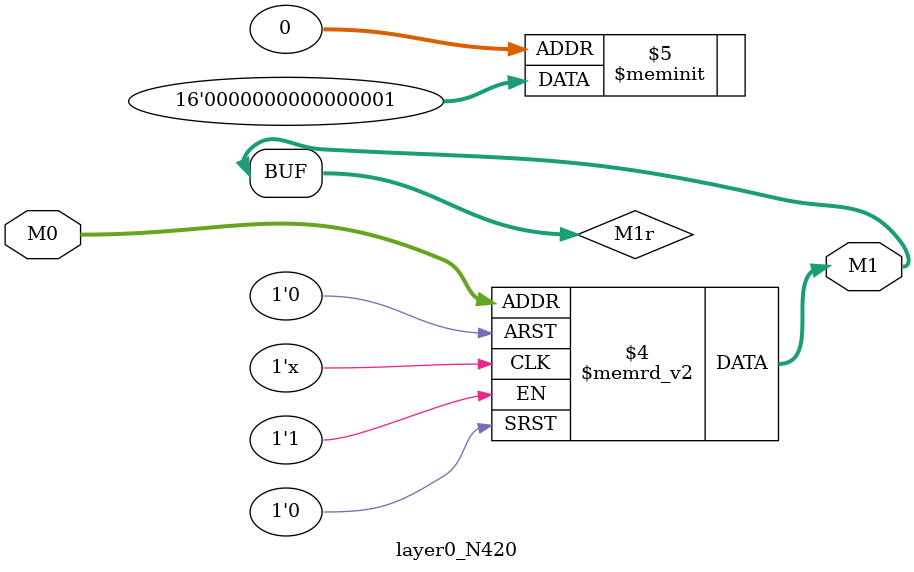
<source format=v>
module layer0_N420 ( input [2:0] M0, output [1:0] M1 );

	(*rom_style = "distributed" *) reg [1:0] M1r;
	assign M1 = M1r;
	always @ (M0) begin
		case (M0)
			3'b000: M1r = 2'b01;
			3'b100: M1r = 2'b00;
			3'b010: M1r = 2'b00;
			3'b110: M1r = 2'b00;
			3'b001: M1r = 2'b00;
			3'b101: M1r = 2'b00;
			3'b011: M1r = 2'b00;
			3'b111: M1r = 2'b00;

		endcase
	end
endmodule

</source>
